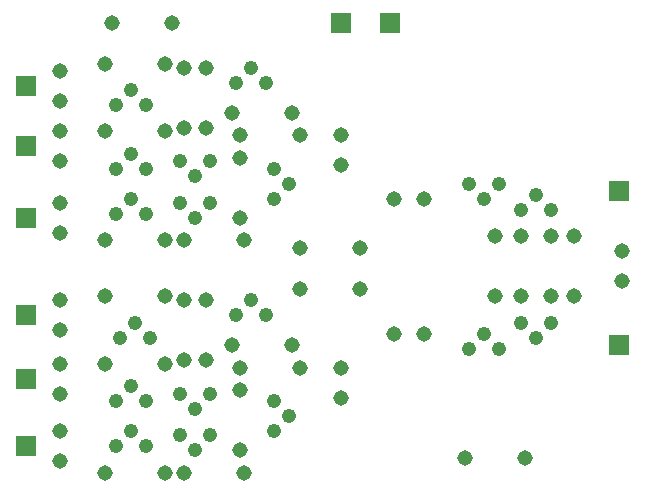
<source format=gtl>
G75*
G70*
%OFA0B0*%
%FSLAX24Y24*%
%IPPOS*%
%LPD*%
%AMOC8*
5,1,8,0,0,1.08239X$1,22.5*
%
%ADD10C,0.0476*%
%ADD11C,0.0515*%
%ADD12R,0.0709X0.0709*%
D10*
X003975Y005160D03*
X004475Y005660D03*
X004975Y005160D03*
X006100Y005535D03*
X006600Y005035D03*
X007100Y005535D03*
X006600Y006410D03*
X007100Y006910D03*
X006100Y006910D03*
X004975Y006660D03*
X004475Y007160D03*
X003975Y006660D03*
X004100Y008785D03*
X004600Y009285D03*
X005100Y008785D03*
X007975Y009535D03*
X008475Y010035D03*
X008975Y009535D03*
X009225Y006660D03*
X009725Y006160D03*
X009225Y005660D03*
X015725Y008410D03*
X016225Y008910D03*
X016725Y008410D03*
X017475Y009285D03*
X017975Y008785D03*
X018475Y009285D03*
X018475Y013035D03*
X017975Y013535D03*
X017475Y013035D03*
X016725Y013910D03*
X016225Y013410D03*
X015725Y013910D03*
X009725Y013910D03*
X009225Y013410D03*
X009225Y014410D03*
X007100Y014660D03*
X006600Y014160D03*
X006100Y014660D03*
X004975Y014410D03*
X004475Y014910D03*
X003975Y014410D03*
X004475Y013410D03*
X003975Y012910D03*
X004975Y012910D03*
X006100Y013285D03*
X006600Y012785D03*
X007100Y013285D03*
X004975Y016535D03*
X004475Y017035D03*
X003975Y016535D03*
X007975Y017285D03*
X008475Y017785D03*
X008975Y017285D03*
D11*
X003600Y004285D03*
X002100Y004660D03*
X002100Y005660D03*
X002100Y006910D03*
X002100Y007910D03*
X002100Y009035D03*
X002100Y010035D03*
X003600Y010160D03*
X003600Y012035D03*
X002100Y012285D03*
X002100Y013285D03*
X002100Y014660D03*
X002100Y015660D03*
X002100Y016660D03*
X002100Y017660D03*
X003600Y017910D03*
X003850Y019285D03*
X005600Y017910D03*
X006225Y017785D03*
X006975Y017785D03*
X007850Y016285D03*
X008100Y015535D03*
X008100Y014785D03*
X006975Y015785D03*
X006225Y015785D03*
X005600Y015660D03*
X003600Y015660D03*
X005850Y019285D03*
X009850Y016285D03*
X010100Y015535D03*
X011475Y015535D03*
X011475Y014535D03*
X013225Y013410D03*
X014225Y013410D03*
X012100Y011785D03*
X012100Y010410D03*
X013225Y008910D03*
X014225Y008910D03*
X016600Y010160D03*
X017475Y010160D03*
X018475Y010160D03*
X019225Y010160D03*
X020850Y010660D03*
X020850Y011660D03*
X019225Y012160D03*
X018475Y012160D03*
X017475Y012160D03*
X016600Y012160D03*
X011475Y007785D03*
X011475Y006785D03*
X010100Y007785D03*
X009850Y008535D03*
X010100Y010410D03*
X010100Y011785D03*
X008225Y012035D03*
X008100Y012785D03*
X006225Y012035D03*
X005600Y012035D03*
X005600Y010160D03*
X006225Y010035D03*
X006975Y010035D03*
X007850Y008535D03*
X008100Y007785D03*
X008100Y007035D03*
X006975Y008035D03*
X006225Y008035D03*
X005600Y007910D03*
X003600Y007910D03*
X005600Y004285D03*
X006225Y004285D03*
X008225Y004285D03*
X008100Y005035D03*
X015600Y004785D03*
X017600Y004785D03*
D12*
X020725Y008535D03*
X020725Y013660D03*
X013100Y019285D03*
X011475Y019285D03*
X000975Y017160D03*
X000975Y015160D03*
X000975Y012785D03*
X000975Y009535D03*
X000975Y007410D03*
X000975Y005160D03*
M02*

</source>
